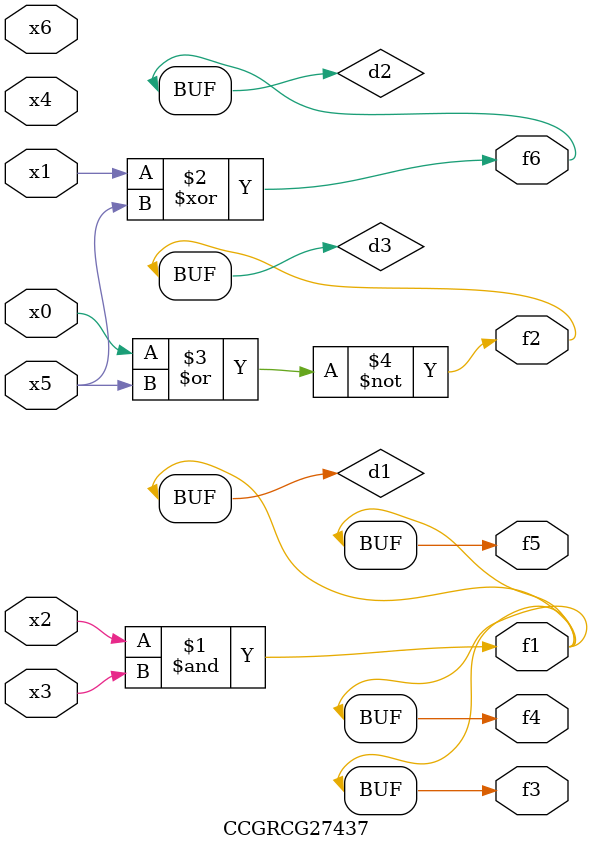
<source format=v>
module CCGRCG27437(
	input x0, x1, x2, x3, x4, x5, x6,
	output f1, f2, f3, f4, f5, f6
);

	wire d1, d2, d3;

	and (d1, x2, x3);
	xor (d2, x1, x5);
	nor (d3, x0, x5);
	assign f1 = d1;
	assign f2 = d3;
	assign f3 = d1;
	assign f4 = d1;
	assign f5 = d1;
	assign f6 = d2;
endmodule

</source>
